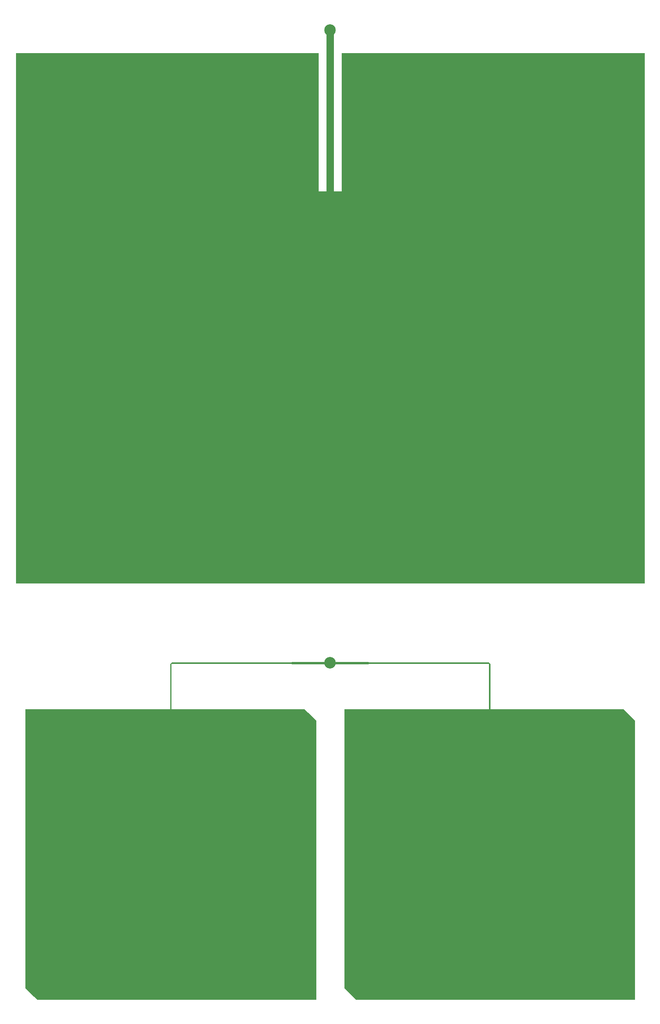
<source format=gtl>
G04 #@! TF.GenerationSoftware,KiCad,Pcbnew,no-vcs-found-7520~57~ubuntu14.04.1*
G04 #@! TF.CreationDate,2017-01-27T05:49:47+00:00*
G04 #@! TF.ProjectId,dart_panel,646172745F70616E656C2E6B69636164,rev?*
G04 #@! TF.FileFunction,Copper,L1,Top,Signal*
G04 #@! TF.FilePolarity,Positive*
%FSLAX46Y46*%
G04 Gerber Fmt 4.6, Leading zero omitted, Abs format (unit mm)*
G04 Created by KiCad (PCBNEW no-vcs-found-7520~57~ubuntu14.04.1) date Fri Jan 27 05:49:47 2017*
%MOMM*%
%LPD*%
G01*
G04 APERTURE LIST*
%ADD10C,0.100000*%
%ADD11C,2.500000*%
%ADD12C,0.050000*%
G04 APERTURE END LIST*
D10*
D11*
X178015000Y-346140000D03*
X178015000Y-208980000D03*
D12*
G36*
X178490000Y-345916000D02*
X178490480Y-345920877D01*
X178491903Y-345925567D01*
X178494213Y-345929889D01*
X178497322Y-345933678D01*
X178501111Y-345936787D01*
X178505433Y-345939097D01*
X178510123Y-345940520D01*
X178515000Y-345941000D01*
X186307600Y-345941000D01*
X186307600Y-346002500D01*
X186308080Y-346007377D01*
X186309503Y-346012067D01*
X186311813Y-346016389D01*
X186314922Y-346020178D01*
X186318711Y-346023287D01*
X186323033Y-346025597D01*
X186327723Y-346027020D01*
X186332600Y-346027500D01*
X212334747Y-346027500D01*
X212685100Y-346377757D01*
X212685100Y-356140000D01*
X212685580Y-356144877D01*
X212687003Y-356149567D01*
X212689313Y-356153889D01*
X212692422Y-356157678D01*
X212696211Y-356160787D01*
X212700533Y-356163097D01*
X212705223Y-356164520D01*
X212710100Y-356165000D01*
X241562244Y-356165000D01*
X244047600Y-358650356D01*
X244047600Y-419115000D01*
X183582956Y-419115000D01*
X181097600Y-416629644D01*
X181097600Y-356165000D01*
X212435100Y-356165000D01*
X212439977Y-356164520D01*
X212444667Y-356163097D01*
X212448989Y-356160787D01*
X212452778Y-356157678D01*
X212455887Y-356153889D01*
X212458197Y-356149567D01*
X212459620Y-356144877D01*
X212460100Y-356140000D01*
X212460100Y-346277500D01*
X212459620Y-346272623D01*
X212458197Y-346267933D01*
X212455887Y-346263611D01*
X212452778Y-346259822D01*
X212448989Y-346256713D01*
X212444667Y-346254403D01*
X212439977Y-346252980D01*
X212435100Y-346252500D01*
X186332600Y-346252500D01*
X186327723Y-346252980D01*
X186323033Y-346254403D01*
X186318711Y-346256713D01*
X186314922Y-346259822D01*
X186311813Y-346263611D01*
X186309503Y-346267933D01*
X186308080Y-346272623D01*
X186307600Y-346277500D01*
X186307600Y-346339000D01*
X178515000Y-346339000D01*
X178510123Y-346339480D01*
X178505433Y-346340903D01*
X178501111Y-346343213D01*
X178497322Y-346346322D01*
X178494213Y-346350111D01*
X178491903Y-346354433D01*
X178490480Y-346359123D01*
X178490000Y-346364000D01*
X178490000Y-346615000D01*
X177540000Y-346615000D01*
X177540000Y-346364000D01*
X177539520Y-346359123D01*
X177538097Y-346354433D01*
X177535787Y-346350111D01*
X177532678Y-346346322D01*
X177528889Y-346343213D01*
X177524567Y-346340903D01*
X177519877Y-346339480D01*
X177515000Y-346339000D01*
X169722500Y-346339000D01*
X169722500Y-346277500D01*
X169722020Y-346272623D01*
X169720597Y-346267933D01*
X169718287Y-346263611D01*
X169715178Y-346259822D01*
X169711389Y-346256713D01*
X169707067Y-346254403D01*
X169702377Y-346252980D01*
X169697500Y-346252500D01*
X143595000Y-346252500D01*
X143590123Y-346252980D01*
X143585433Y-346254403D01*
X143581111Y-346256713D01*
X143577322Y-346259822D01*
X143574213Y-346263611D01*
X143571903Y-346267933D01*
X143570480Y-346272623D01*
X143570000Y-346277500D01*
X143570000Y-356140000D01*
X143570480Y-356144877D01*
X143571903Y-356149567D01*
X143574213Y-356153889D01*
X143577322Y-356157678D01*
X143581111Y-356160787D01*
X143585433Y-356163097D01*
X143590123Y-356164520D01*
X143595000Y-356165000D01*
X172447144Y-356165000D01*
X174932500Y-358650356D01*
X174932500Y-419115000D01*
X114467856Y-419115000D01*
X111982500Y-416629644D01*
X111982500Y-356165000D01*
X143320000Y-356165000D01*
X143324877Y-356164520D01*
X143329567Y-356163097D01*
X143333889Y-356160787D01*
X143337678Y-356157678D01*
X143340787Y-356153889D01*
X143343097Y-356149567D01*
X143344520Y-356144877D01*
X143345000Y-356140000D01*
X143345000Y-346377756D01*
X143695256Y-346027500D01*
X169697500Y-346027500D01*
X169702377Y-346027020D01*
X169707067Y-346025597D01*
X169711389Y-346023287D01*
X169715178Y-346020178D01*
X169718287Y-346016389D01*
X169720597Y-346012067D01*
X169722020Y-346007377D01*
X169722500Y-346002500D01*
X169722500Y-345941000D01*
X177515000Y-345941000D01*
X177519877Y-345940520D01*
X177524567Y-345939097D01*
X177528889Y-345936787D01*
X177532678Y-345933678D01*
X177535787Y-345929889D01*
X177538097Y-345925567D01*
X177539520Y-345920877D01*
X177540000Y-345916000D01*
X177540000Y-345665000D01*
X178490000Y-345665000D01*
X178490000Y-345916000D01*
X178490000Y-345916000D01*
G37*
X178490000Y-345916000D02*
X178490480Y-345920877D01*
X178491903Y-345925567D01*
X178494213Y-345929889D01*
X178497322Y-345933678D01*
X178501111Y-345936787D01*
X178505433Y-345939097D01*
X178510123Y-345940520D01*
X178515000Y-345941000D01*
X186307600Y-345941000D01*
X186307600Y-346002500D01*
X186308080Y-346007377D01*
X186309503Y-346012067D01*
X186311813Y-346016389D01*
X186314922Y-346020178D01*
X186318711Y-346023287D01*
X186323033Y-346025597D01*
X186327723Y-346027020D01*
X186332600Y-346027500D01*
X212334747Y-346027500D01*
X212685100Y-346377757D01*
X212685100Y-356140000D01*
X212685580Y-356144877D01*
X212687003Y-356149567D01*
X212689313Y-356153889D01*
X212692422Y-356157678D01*
X212696211Y-356160787D01*
X212700533Y-356163097D01*
X212705223Y-356164520D01*
X212710100Y-356165000D01*
X241562244Y-356165000D01*
X244047600Y-358650356D01*
X244047600Y-419115000D01*
X183582956Y-419115000D01*
X181097600Y-416629644D01*
X181097600Y-356165000D01*
X212435100Y-356165000D01*
X212439977Y-356164520D01*
X212444667Y-356163097D01*
X212448989Y-356160787D01*
X212452778Y-356157678D01*
X212455887Y-356153889D01*
X212458197Y-356149567D01*
X212459620Y-356144877D01*
X212460100Y-356140000D01*
X212460100Y-346277500D01*
X212459620Y-346272623D01*
X212458197Y-346267933D01*
X212455887Y-346263611D01*
X212452778Y-346259822D01*
X212448989Y-346256713D01*
X212444667Y-346254403D01*
X212439977Y-346252980D01*
X212435100Y-346252500D01*
X186332600Y-346252500D01*
X186327723Y-346252980D01*
X186323033Y-346254403D01*
X186318711Y-346256713D01*
X186314922Y-346259822D01*
X186311813Y-346263611D01*
X186309503Y-346267933D01*
X186308080Y-346272623D01*
X186307600Y-346277500D01*
X186307600Y-346339000D01*
X178515000Y-346339000D01*
X178510123Y-346339480D01*
X178505433Y-346340903D01*
X178501111Y-346343213D01*
X178497322Y-346346322D01*
X178494213Y-346350111D01*
X178491903Y-346354433D01*
X178490480Y-346359123D01*
X178490000Y-346364000D01*
X178490000Y-346615000D01*
X177540000Y-346615000D01*
X177540000Y-346364000D01*
X177539520Y-346359123D01*
X177538097Y-346354433D01*
X177535787Y-346350111D01*
X177532678Y-346346322D01*
X177528889Y-346343213D01*
X177524567Y-346340903D01*
X177519877Y-346339480D01*
X177515000Y-346339000D01*
X169722500Y-346339000D01*
X169722500Y-346277500D01*
X169722020Y-346272623D01*
X169720597Y-346267933D01*
X169718287Y-346263611D01*
X169715178Y-346259822D01*
X169711389Y-346256713D01*
X169707067Y-346254403D01*
X169702377Y-346252980D01*
X169697500Y-346252500D01*
X143595000Y-346252500D01*
X143590123Y-346252980D01*
X143585433Y-346254403D01*
X143581111Y-346256713D01*
X143577322Y-346259822D01*
X143574213Y-346263611D01*
X143571903Y-346267933D01*
X143570480Y-346272623D01*
X143570000Y-346277500D01*
X143570000Y-356140000D01*
X143570480Y-356144877D01*
X143571903Y-356149567D01*
X143574213Y-356153889D01*
X143577322Y-356157678D01*
X143581111Y-356160787D01*
X143585433Y-356163097D01*
X143590123Y-356164520D01*
X143595000Y-356165000D01*
X172447144Y-356165000D01*
X174932500Y-358650356D01*
X174932500Y-419115000D01*
X114467856Y-419115000D01*
X111982500Y-416629644D01*
X111982500Y-356165000D01*
X143320000Y-356165000D01*
X143324877Y-356164520D01*
X143329567Y-356163097D01*
X143333889Y-356160787D01*
X143337678Y-356157678D01*
X143340787Y-356153889D01*
X143343097Y-356149567D01*
X143344520Y-356144877D01*
X143345000Y-356140000D01*
X143345000Y-346377756D01*
X143695256Y-346027500D01*
X169697500Y-346027500D01*
X169702377Y-346027020D01*
X169707067Y-346025597D01*
X169711389Y-346023287D01*
X169715178Y-346020178D01*
X169718287Y-346016389D01*
X169720597Y-346012067D01*
X169722020Y-346007377D01*
X169722500Y-346002500D01*
X169722500Y-345941000D01*
X177515000Y-345941000D01*
X177519877Y-345940520D01*
X177524567Y-345939097D01*
X177528889Y-345936787D01*
X177532678Y-345933678D01*
X177535787Y-345929889D01*
X177538097Y-345925567D01*
X177539520Y-345920877D01*
X177540000Y-345916000D01*
X177540000Y-345665000D01*
X178490000Y-345665000D01*
X178490000Y-345916000D01*
G36*
X178760000Y-243880000D02*
X178760480Y-243884877D01*
X178761903Y-243889567D01*
X178764213Y-243893889D01*
X178767322Y-243897678D01*
X178771111Y-243900787D01*
X178775433Y-243903097D01*
X178780123Y-243904520D01*
X178785000Y-243905000D01*
X180515000Y-243905000D01*
X180519877Y-243904520D01*
X180524567Y-243903097D01*
X180528889Y-243900787D01*
X180532678Y-243897678D01*
X180535787Y-243893889D01*
X180538097Y-243889567D01*
X180539520Y-243884877D01*
X180540000Y-243880000D01*
X180540000Y-213905000D01*
X246140000Y-213905000D01*
X246140000Y-328855000D01*
X109890000Y-328855000D01*
X109890000Y-213905000D01*
X175490000Y-213905000D01*
X175490000Y-243880000D01*
X175490480Y-243884877D01*
X175491903Y-243889567D01*
X175494213Y-243893889D01*
X175497322Y-243897678D01*
X175501111Y-243900787D01*
X175505433Y-243903097D01*
X175510123Y-243904520D01*
X175515000Y-243905000D01*
X177245000Y-243905000D01*
X177249877Y-243904520D01*
X177254567Y-243903097D01*
X177258889Y-243900787D01*
X177262678Y-243897678D01*
X177265787Y-243893889D01*
X177268097Y-243889567D01*
X177269520Y-243884877D01*
X177270000Y-243880000D01*
X177270000Y-208905000D01*
X178760000Y-208905000D01*
X178760000Y-243880000D01*
X178760000Y-243880000D01*
G37*
X178760000Y-243880000D02*
X178760480Y-243884877D01*
X178761903Y-243889567D01*
X178764213Y-243893889D01*
X178767322Y-243897678D01*
X178771111Y-243900787D01*
X178775433Y-243903097D01*
X178780123Y-243904520D01*
X178785000Y-243905000D01*
X180515000Y-243905000D01*
X180519877Y-243904520D01*
X180524567Y-243903097D01*
X180528889Y-243900787D01*
X180532678Y-243897678D01*
X180535787Y-243893889D01*
X180538097Y-243889567D01*
X180539520Y-243884877D01*
X180540000Y-243880000D01*
X180540000Y-213905000D01*
X246140000Y-213905000D01*
X246140000Y-328855000D01*
X109890000Y-328855000D01*
X109890000Y-213905000D01*
X175490000Y-213905000D01*
X175490000Y-243880000D01*
X175490480Y-243884877D01*
X175491903Y-243889567D01*
X175494213Y-243893889D01*
X175497322Y-243897678D01*
X175501111Y-243900787D01*
X175505433Y-243903097D01*
X175510123Y-243904520D01*
X175515000Y-243905000D01*
X177245000Y-243905000D01*
X177249877Y-243904520D01*
X177254567Y-243903097D01*
X177258889Y-243900787D01*
X177262678Y-243897678D01*
X177265787Y-243893889D01*
X177268097Y-243889567D01*
X177269520Y-243884877D01*
X177270000Y-243880000D01*
X177270000Y-208905000D01*
X178760000Y-208905000D01*
X178760000Y-243880000D01*
G36*
X178490000Y-209355000D02*
X177540000Y-209355000D01*
X177540000Y-208405000D01*
X178490000Y-208405000D01*
X178490000Y-209355000D01*
X178490000Y-209355000D01*
G37*
X178490000Y-209355000D02*
X177540000Y-209355000D01*
X177540000Y-208405000D01*
X178490000Y-208405000D01*
X178490000Y-209355000D01*
M02*

</source>
